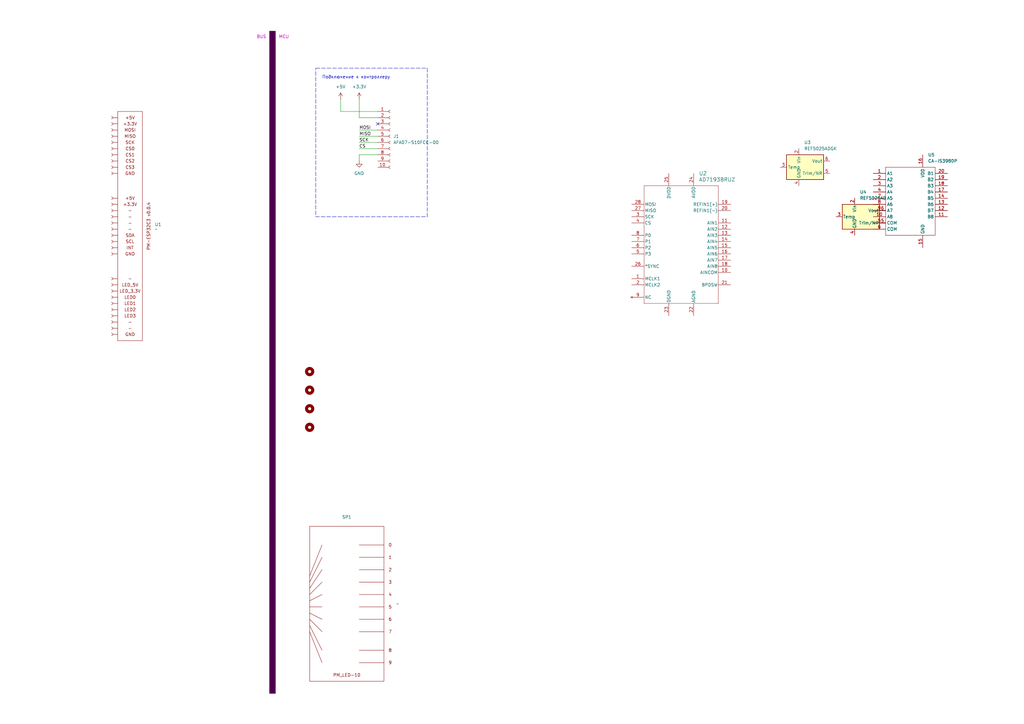
<source format=kicad_sch>
(kicad_sch (version 20250114) (generator "eeschema") (generator_version "9.0")
  (paper "A3")
  (title_block (title "${article} v${version}"))
  (lib_symbols
    (symbol "Reference_Voltage:REF5025AD" (pin_names (offset 0.254))
      (property "Reference" "U" (at -1.27 8.255 0))
      (property "Value" "REF5025AD" (at -1.27 6.35 0))
      (symbol "REF5025AD_0_1"
        (rectangle (start -7.62 5.08) (end 7.62 -5.08) (stroke (width 0.254)) (fill (type background)))
      )
      (symbol "REF5025AD_1_1"
        (pin passive line (at -10.16 0 0) (length 2.54) (name "Temp") (number "3"))
        (pin no_connect line (at -7.62 2.54 0) (length 2.54) (hide yes) (name "DNC") (number "1"))
        (pin no_connect line (at -5.08 -5.08 90) (length 2.54) (hide yes) (name "NC") (number "7"))
        (pin power_in line (at -2.54 7.62 270) (length 2.54) (name "Vin") (number "2"))
        (pin power_in line (at -2.54 -7.62 90) (length 2.54) (name "GND") (number "4"))
        (pin no_connect line (at 7.62 0 180) (length 2.54) (hide yes) (name "DNC") (number "8"))
        (pin power_out line (at 10.16 2.54 180) (length 2.54) (name "Vout") (number "6"))
        (pin passive line (at 10.16 -2.54 180) (length 2.54) (name "Trim/NR") (number "5"))
      )
    )
    (symbol "kicad_inventree_lib:AD7193BRUZ" (pin_names (offset 0.254))
      (property "Reference" "U" (at 10.16 5.08 0))
      (property "Value" "AD7193BRUZ" (at 10.16 2.54 0))
      (symbol "AD7193BRUZ_0_1"
        (polyline (pts (xy -15.24 0) (xy -15.24 -48.26)) (stroke (width 0.127)))
        (polyline (pts (xy -15.24 -48.26) (xy 15.24 -48.26)) (stroke (width 0.127)))
        (polyline (pts (xy 15.24 0) (xy -15.24 0)) (stroke (width 0.127)))
        (polyline (pts (xy 15.24 -48.26) (xy 15.24 0)) (stroke (width 0.127)))
      )
      (symbol "AD7193BRUZ_1_1"
        (pin input line (at -20.32 -7.62 0) (length 5.08) (name "MOSI") (number "28"))
        (pin output line (at -20.32 -10.16 0) (length 5.08) (name "MISO") (number "27"))
        (pin input line (at -20.32 -12.7 0) (length 5.08) (name "SCK") (number "3"))
        (pin input line (at -20.32 -15.24 0) (length 5.08) (name "CS") (number "4"))
        (pin bidirectional line (at -20.32 -20.32 0) (length 5.08) (name "P0") (number "8"))
        (pin bidirectional line (at -20.32 -22.86 0) (length 5.08) (name "P1") (number "7"))
        (pin output line (at -20.32 -25.4 0) (length 5.08) (name "P2") (number "6"))
        (pin output line (at -20.32 -27.94 0) (length 5.08) (name "P3") (number "5"))
        (pin input line (at -20.32 -33.02 0) (length 5.08) (name "*SYNC") (number "26"))
        (pin unspecified line (at -20.32 -38.1 0) (length 5.08) (name "MCLK1") (number "1"))
        (pin unspecified line (at -20.32 -40.64 0) (length 5.08) (name "MCLK2") (number "2"))
        (pin no_connect line (at -20.32 -45.72 0) (length 5.08) (name "NC") (number "9"))
        (pin power_in line (at -5.08 5.08 270) (length 5.08) (name "DVDD") (number "25"))
        (pin power_in line (at -5.08 -53.34 90) (length 5.08) (name "DGND") (number "23"))
        (pin power_in line (at 5.08 5.08 270) (length 5.08) (name "AVDD") (number "24"))
        (pin power_in line (at 5.08 -53.34 90) (length 5.08) (name "AGND") (number "22"))
        (pin input line (at 20.32 -7.62 180) (length 5.08) (name "REFIN1(+)") (number "19"))
        (pin input line (at 20.32 -10.16 180) (length 5.08) (name "REFIN1(-)") (number "20"))
        (pin input line (at 20.32 -15.24 180) (length 5.08) (name "AIN1") (number "11"))
        (pin input line (at 20.32 -17.78 180) (length 5.08) (name "AIN2") (number "12"))
        (pin input line (at 20.32 -20.32 180) (length 5.08) (name "AIN3") (number "13"))
        (pin input line (at 20.32 -22.86 180) (length 5.08) (name "AIN4") (number "14"))
        (pin input line (at 20.32 -25.4 180) (length 5.08) (name "AIN5") (number "15"))
        (pin input line (at 20.32 -27.94 180) (length 5.08) (name "AIN6") (number "16"))
        (pin input line (at 20.32 -30.48 180) (length 5.08) (name "AIN7") (number "17"))
        (pin input line (at 20.32 -33.02 180) (length 5.08) (name "AIN8") (number "18"))
        (pin input line (at 20.32 -35.56 180) (length 5.08) (name "AINCOM") (number "10"))
        (pin unspecified line (at 20.32 -40.64 180) (length 5.08) (name "BPDSW") (number "21"))
      )
    )
    (symbol "kicad_inventree_lib:AFA07-S10FCC-00" (pin_names (offset 1.016) (hide yes))
      (property "Reference" "J" (at 0 12.7 0))
      (property "Value" "AFA07-S10FCC-00" (at 0 -15.24 0))
      (symbol "AFA07-S10FCC-00_1_1"
        (polyline (pts (xy -1.27 10.16) (xy -0.508 10.16)) (stroke (width 0.1524)))
        (polyline (pts (xy -1.27 7.62) (xy -0.508 7.62)) (stroke (width 0.1524)))
        (polyline (pts (xy -1.27 5.08) (xy -0.508 5.08)) (stroke (width 0.1524)))
        (polyline (pts (xy -1.27 2.54) (xy -0.508 2.54)) (stroke (width 0.1524)))
        (polyline (pts (xy -1.27 0) (xy -0.508 0)) (stroke (width 0.1524)))
        (polyline (pts (xy -1.27 -2.54) (xy -0.508 -2.54)) (stroke (width 0.1524)))
        (polyline (pts (xy -1.27 -5.08) (xy -0.508 -5.08)) (stroke (width 0.1524)))
        (polyline (pts (xy -1.27 -7.62) (xy -0.508 -7.62)) (stroke (width 0.1524)))
        (polyline (pts (xy -1.27 -10.16) (xy -0.508 -10.16)) (stroke (width 0.1524)))
        (polyline (pts (xy -1.27 -12.7) (xy -0.508 -12.7)) (stroke (width 0.1524)))
        (arc (start 0 9.652) (mid -0.5058 10.16) (end 0 10.668) (stroke (width 0.1524)))
        (arc (start 0 7.112) (mid -0.5058 7.62) (end 0 8.128) (stroke (width 0.1524)))
        (arc (start 0 4.572) (mid -0.5058 5.08) (end 0 5.588) (stroke (width 0.1524)))
        (arc (start 0 2.032) (mid -0.5058 2.54) (end 0 3.048) (stroke (width 0.1524)))
        (arc (start 0 -0.508) (mid -0.5058 0) (end 0 0.508) (stroke (width 0.1524)))
        (arc (start 0 -3.048) (mid -0.5058 -2.54) (end 0 -2.032) (stroke (width 0.1524)))
        (arc (start 0 -5.588) (mid -0.5058 -5.08) (end 0 -4.572) (stroke (width 0.1524)))
        (arc (start 0 -8.128) (mid -0.5058 -7.62) (end 0 -7.112) (stroke (width 0.1524)))
        (arc (start 0 -10.668) (mid -0.5058 -10.16) (end 0 -9.652) (stroke (width 0.1524)))
        (arc (start 0 -13.208) (mid -0.5058 -12.7) (end 0 -12.192) (stroke (width 0.1524)))
        (pin passive line (at -5.08 10.16 0) (length 3.81) (name "Pin_1") (number "1"))
        (pin passive line (at -5.08 7.62 0) (length 3.81) (name "Pin_2") (number "2"))
        (pin passive line (at -5.08 5.08 0) (length 3.81) (name "Pin_3") (number "3"))
        (pin passive line (at -5.08 2.54 0) (length 3.81) (name "Pin_4") (number "4"))
        (pin passive line (at -5.08 0 0) (length 3.81) (name "Pin_5") (number "5"))
        (pin passive line (at -5.08 -2.54 0) (length 3.81) (name "Pin_6") (number "6"))
        (pin passive line (at -5.08 -5.08 0) (length 3.81) (name "Pin_7") (number "7"))
        (pin passive line (at -5.08 -7.62 0) (length 3.81) (name "Pin_8") (number "8"))
        (pin passive line (at -5.08 -10.16 0) (length 3.81) (name "Pin_9") (number "9"))
        (pin passive line (at -5.08 -12.7 0) (length 3.81) (name "Pin_10") (number "10"))
      )
    )
    (symbol "kicad_inventree_lib:CA-IS3980P"
      (property "Reference" "U" (at 0 2.54 0))
      (property "Value" "CA-IS3980P" (at 0 -15.24 90))
      (symbol "CA-IS3980P_0_1"
        (rectangle (start -10.16 0) (end 10.16 -27.94))
      )
      (symbol "CA-IS3980P_1_1"
        (pin input line (at -15.24 -2.54 0) (length 5.08) (name "A1") (number "1"))
        (pin input line (at -15.24 -5.08 0) (length 5.08) (name "A2") (number "2"))
        (pin input line (at -15.24 -7.62 0) (length 5.08) (name "A3") (number "3"))
        (pin input line (at -15.24 -10.16 0) (length 5.08) (name "A4") (number "4"))
        (pin input line (at -15.24 -12.7 0) (length 5.08) (name "A5") (number "7"))
        (pin input line (at -15.24 -15.24 0) (length 5.08) (name "A6") (number "8"))
        (pin input line (at -15.24 -17.78 0) (length 5.08) (name "A7") (number "9"))
        (pin input line (at -15.24 -20.32 0) (length 5.08) (name "A8") (number "10"))
        (pin input line (at -15.24 -22.86 0) (length 5.08) (name "COM") (number "5"))
        (pin input line (at -15.24 -25.4 0) (length 5.08) (name "COM") (number "6"))
        (pin input line (at 5.08 5.08 270) (length 5.08) (name "VDD") (number "16"))
        (pin input line (at 5.08 -33.02 90) (length 5.08) (name "GND") (number "15"))
        (pin input line (at 15.24 -2.54 180) (length 5.08) (name "B1") (number "20"))
        (pin input line (at 15.24 -5.08 180) (length 5.08) (name "B2") (number "19"))
        (pin input line (at 15.24 -7.62 180) (length 5.08) (name "B3") (number "18"))
        (pin input line (at 15.24 -10.16 180) (length 5.08) (name "B4") (number "17"))
        (pin input line (at 15.24 -12.7 180) (length 5.08) (name "B5") (number "14"))
        (pin input line (at 15.24 -15.24 180) (length 5.08) (name "B6") (number "13"))
        (pin input line (at 15.24 -17.78 180) (length 5.08) (name "B7") (number "12"))
        (pin input line (at 15.24 -20.32 180) (length 5.08) (name "B8") (number "11"))
      )
    )
    (symbol "kicad_inventree_lib:MountingHole_M3" (pin_names (offset 1.016)) (exclude_from_sim yes) (in_bom no)
      (symbol "MountingHole_M3_0_1"
        (circle (center 0 0) (radius 1.27) (stroke (width 1.27)))
      )
    )
    (symbol "kicad_inventree_lib:PM-ESP32C3_v0.0.5" (in_bom no)
      (property "Reference" "U" (at 10.16 -49.53 0))
      (symbol "PM-ESP32C3_v0.0.5_0_1"
        (rectangle (start -5.08 -2.54) (end 5.08 -96.52))
      )
      (symbol "PM-ESP32C3_v0.0.5_1_1"
        (arc (start -7.6178 -4.572) (mid -7.112 -5.08) (end -7.6178 -5.588) (stroke (width 0.1524)))
        (arc (start -7.6178 -7.112) (mid -7.112 -7.62) (end -7.6178 -8.128) (stroke (width 0.1524)))
        (arc (start -7.6178 -9.652) (mid -7.112 -10.16) (end -7.6178 -10.668) (stroke (width 0.1524)))
        (arc (start -7.6178 -12.192) (mid -7.112 -12.7) (end -7.6178 -13.208) (stroke (width 0.1524)))
        (arc (start -7.6178 -14.732) (mid -7.112 -15.24) (end -7.6178 -15.748) (stroke (width 0.1524)))
        (arc (start -7.6178 -17.272) (mid -7.112 -17.78) (end -7.6178 -18.288) (stroke (width 0.1524)))
        (arc (start -7.6178 -19.812) (mid -7.112 -20.32) (end -7.6178 -20.828) (stroke (width 0.1524)))
        (arc (start -7.6178 -22.352) (mid -7.112 -22.86) (end -7.6178 -23.368) (stroke (width 0.1524)))
        (arc (start -7.6178 -24.892) (mid -7.112 -25.4) (end -7.6178 -25.908) (stroke (width 0.1524)))
        (arc (start -7.6178 -27.432) (mid -7.112 -27.94) (end -7.6178 -28.448) (stroke (width 0.1524)))
        (arc (start -7.6178 -37.592) (mid -7.112 -38.1) (end -7.6178 -38.608) (stroke (width 0.1524)))
        (arc (start -7.6178 -40.132) (mid -7.112 -40.64) (end -7.6178 -41.148) (stroke (width 0.1524)))
        (arc (start -7.6178 -42.672) (mid -7.112 -43.18) (end -7.6178 -43.688) (stroke (width 0.1524)))
        (arc (start -7.6178 -45.212) (mid -7.112 -45.72) (end -7.6178 -46.228) (stroke (width 0.1524)))
        (arc (start -7.6178 -47.752) (mid -7.112 -48.26) (end -7.6178 -48.768) (stroke (width 0.1524)))
        (arc (start -7.6178 -50.292) (mid -7.112 -50.8) (end -7.6178 -51.308) (stroke (width 0.1524)))
        (arc (start -7.6178 -52.832) (mid -7.112 -53.34) (end -7.6178 -53.848) (stroke (width 0.1524)))
        (arc (start -7.6178 -55.372) (mid -7.112 -55.88) (end -7.6178 -56.388) (stroke (width 0.1524)))
        (arc (start -7.6178 -57.912) (mid -7.112 -58.42) (end -7.6178 -58.928) (stroke (width 0.1524)))
        (arc (start -7.6178 -60.452) (mid -7.112 -60.96) (end -7.6178 -61.468) (stroke (width 0.1524)))
        (arc (start -7.6178 -70.612) (mid -7.112 -71.12) (end -7.6178 -71.628) (stroke (width 0.1524)))
        (arc (start -7.6178 -73.152) (mid -7.112 -73.66) (end -7.6178 -74.168) (stroke (width 0.1524)))
        (arc (start -7.6178 -75.692) (mid -7.112 -76.2) (end -7.6178 -76.708) (stroke (width 0.1524)))
        (arc (start -7.6178 -78.232) (mid -7.112 -78.74) (end -7.6178 -79.248) (stroke (width 0.1524)))
        (arc (start -7.6178 -80.772) (mid -7.112 -81.28) (end -7.6178 -81.788) (stroke (width 0.1524)))
        (arc (start -7.6178 -83.312) (mid -7.112 -83.82) (end -7.6178 -84.328) (stroke (width 0.1524)))
        (arc (start -7.6178 -85.852) (mid -7.112 -86.36) (end -7.6178 -86.868) (stroke (width 0.1524)))
        (arc (start -7.6178 -88.392) (mid -7.112 -88.9) (end -7.6178 -89.408) (stroke (width 0.1524)))
        (arc (start -7.6178 -90.932) (mid -7.112 -91.44) (end -7.6178 -91.948) (stroke (width 0.1524)))
        (arc (start -7.6178 -93.472) (mid -7.112 -93.98) (end -7.6178 -94.488) (stroke (width 0.1524)))
        (polyline (pts (xy -5.08 -5.08) (xy -7.1098 -5.08)) (stroke (width 0.1524)))
        (polyline (pts (xy -5.08 -7.62) (xy -7.1098 -7.62)) (stroke (width 0.1524)))
        (polyline (pts (xy -5.08 -10.16) (xy -7.1098 -10.16)) (stroke (width 0.1524)))
        (polyline (pts (xy -5.08 -12.7) (xy -7.1098 -12.7)) (stroke (width 0.1524)))
        (polyline (pts (xy -5.08 -15.24) (xy -7.1098 -15.24)) (stroke (width 0.1524)))
        (polyline (pts (xy -5.08 -17.78) (xy -7.1098 -17.78)) (stroke (width 0.1524)))
        (polyline (pts (xy -5.08 -20.32) (xy -7.1098 -20.32)) (stroke (width 0.1524)))
        (polyline (pts (xy -5.08 -22.86) (xy -7.1098 -22.86)) (stroke (width 0.1524)))
        (polyline (pts (xy -5.08 -25.4) (xy -7.1098 -25.4)) (stroke (width 0.1524)))
        (polyline (pts (xy -5.08 -27.94) (xy -7.1098 -27.94)) (stroke (width 0.1524)))
        (polyline (pts (xy -5.08 -38.1) (xy -7.1098 -38.1)) (stroke (width 0.1524)))
        (polyline (pts (xy -5.08 -40.64) (xy -7.1098 -40.64)) (stroke (width 0.1524)))
        (polyline (pts (xy -5.08 -43.18) (xy -7.1098 -43.18)) (stroke (width 0.1524)))
        (polyline (pts (xy -5.08 -45.72) (xy -7.1098 -45.72)) (stroke (width 0.1524)))
        (polyline (pts (xy -5.08 -48.26) (xy -7.1098 -48.26)) (stroke (width 0.1524)))
        (polyline (pts (xy -5.08 -50.8) (xy -7.1098 -50.8)) (stroke (width 0.1524)))
        (polyline (pts (xy -5.08 -53.34) (xy -7.1098 -53.34)) (stroke (width 0.1524)))
        (polyline (pts (xy -5.08 -55.88) (xy -7.1098 -55.88)) (stroke (width 0.1524)))
        (polyline (pts (xy -5.08 -58.42) (xy -7.1098 -58.42)) (stroke (width 0.1524)))
        (polyline (pts (xy -5.08 -60.96) (xy -7.1098 -60.96)) (stroke (width 0.1524)))
        (polyline (pts (xy -5.08 -71.12) (xy -7.1098 -71.12)) (stroke (width 0.1524)))
        (polyline (pts (xy -5.08 -73.66) (xy -7.1098 -73.66)) (stroke (width 0.1524)))
        (polyline (pts (xy -5.08 -76.2) (xy -7.1098 -76.2)) (stroke (width 0.1524)))
        (polyline (pts (xy -5.08 -78.74) (xy -7.1098 -78.74)) (stroke (width 0.1524)))
        (polyline (pts (xy -5.08 -81.28) (xy -7.1098 -81.28)) (stroke (width 0.1524)))
        (polyline (pts (xy -5.08 -83.82) (xy -7.1098 -83.82)) (stroke (width 0.1524)))
        (polyline (pts (xy -5.08 -86.36) (xy -7.1098 -86.36)) (stroke (width 0.1524)))
        (polyline (pts (xy -5.08 -88.9) (xy -7.1098 -88.9)) (stroke (width 0.1524)))
        (polyline (pts (xy -5.08 -91.44) (xy -7.1098 -91.44)) (stroke (width 0.1524)))
        (polyline (pts (xy -5.08 -93.98) (xy -7.1098 -93.98)) (stroke (width 0.1524)))
        (text "+5V" (at 0 -5.08 0) (effects (font (size 1.27 1.27))))
        (text "+3.3V" (at 0 -7.62 0) (effects (font (size 1.27 1.27))))
        (text "MOSI" (at 0 -10.16 0) (effects (font (size 1.27 1.27))))
        (text "MISO" (at 0 -12.7 0) (effects (font (size 1.27 1.27))))
        (text "SCK" (at 0 -15.24 0) (effects (font (size 1.27 1.27))))
        (text "CS0" (at 0 -17.78 0) (effects (font (size 1.27 1.27))))
        (text "CS1" (at 0 -20.32 0) (effects (font (size 1.27 1.27))))
        (text "CS2" (at 0 -22.86 0) (effects (font (size 1.27 1.27))))
        (text "CS3" (at 0 -25.4 0) (effects (font (size 1.27 1.27))))
        (text "GND" (at 0 -27.94 0) (effects (font (size 1.27 1.27))))
        (text "+5V" (at 0 -38.1 0) (effects (font (size 1.27 1.27))))
        (text "+3.3V" (at 0 -40.64 0) (effects (font (size 1.27 1.27))))
        (text "-" (at 0 -43.18 0) (effects (font (size 1.27 1.27))))
        (text "-" (at 0 -45.72 0) (effects (font (size 1.27 1.27))))
        (text "-" (at 0 -48.26 0) (effects (font (size 1.27 1.27))))
        (text "-" (at 0 -50.8 0) (effects (font (size 1.27 1.27))))
        (text "SDA" (at 0 -53.34 0) (effects (font (size 1.27 1.27))))
        (text "SCL" (at 0 -55.88 0) (effects (font (size 1.27 1.27))))
        (text "INT" (at 0 -58.42 0) (effects (font (size 1.27 1.27))))
        (text "GND" (at 0 -60.96 0) (effects (font (size 1.27 1.27))))
        (text "-" (at 0 -71.12 0) (effects (font (size 1.27 1.27))))
        (text "LED_5V" (at 0 -73.66 0) (effects (font (size 1.27 1.27))))
        (text "LED_3.3V" (at 0 -76.2 0) (effects (font (size 1.27 1.27))))
        (text "LED0" (at 0 -78.74 0) (effects (font (size 1.27 1.27))))
        (text "LED1" (at 0 -81.28 0) (effects (font (size 1.27 1.27))))
        (text "LED2" (at 0 -83.82 0) (effects (font (size 1.27 1.27))))
        (text "LED3" (at 0 -86.36 0) (effects (font (size 1.27 1.27))))
        (text "-" (at 0 -88.9 0) (effects (font (size 1.27 1.27))))
        (text "-" (at 0 -91.44 0) (effects (font (size 1.27 1.27))))
        (text "GND" (at 0 -93.98 0) (effects (font (size 1.27 1.27))))
        (text "PM-ESP32C3 v0.0.4" (at 7.62 -49.53 900) (effects (font (size 1.27 1.27))))
      )
    )
    (symbol "kicad_inventree_lib:PM_LED-10-v0.0.1"
      (property "Reference" "SP" (at 0 3.81 0))
      (symbol "PM_LED-10-v0.0.1_0_1"
        (rectangle (start -15.24 0) (end 15.24 -63.5))
        (polyline (pts (xy -15.24 -20.32) (xy -10.16 -7.62)))
        (polyline (pts (xy -15.24 -22.86) (xy -10.16 -12.7)))
        (polyline (pts (xy -15.24 -25.4) (xy -10.16 -17.78)))
        (polyline (pts (xy -15.24 -27.94) (xy -10.16 -22.86)))
        (polyline (pts (xy -15.24 -30.48) (xy -10.16 -27.94)))
        (polyline (pts (xy -15.24 -33.02) (xy -10.16 -33.02)))
        (polyline (pts (xy -15.24 -35.56) (xy -10.16 -38.1)))
        (polyline (pts (xy -15.24 -38.1) (xy -10.16 -43.18)))
        (polyline (pts (xy -15.24 -40.64) (xy -10.16 -50.8)))
        (polyline (pts (xy -15.24 -43.18) (xy -10.16 -55.88)))
        (polyline (pts (xy 5.08 -7.62) (xy 15.24 -7.62)))
        (polyline (pts (xy 5.08 -12.7) (xy 15.24 -12.7)))
        (polyline (pts (xy 5.08 -17.78) (xy 15.24 -17.78)))
        (polyline (pts (xy 5.08 -22.86) (xy 15.24 -22.86)))
        (polyline (pts (xy 5.08 -27.94) (xy 15.24 -27.94)))
        (polyline (pts (xy 5.08 -33.02) (xy 15.24 -33.02)))
        (polyline (pts (xy 5.08 -38.1) (xy 15.24 -38.1)))
        (polyline (pts (xy 5.08 -43.18) (xy 15.24 -43.18)))
        (polyline (pts (xy 5.08 -50.8) (xy 15.24 -50.8)))
        (polyline (pts (xy 5.08 -55.88) (xy 15.24 -55.88)))
      )
      (symbol "PM_LED-10-v0.0.1_1_1"
        (text "PM_LED-10" (at 0 -60.96 0) (effects (font (size 1.27 1.27))))
        (text "0" (at 17.78 -7.62 0) (effects (font (size 1.27 1.27))))
        (text "1" (at 17.78 -12.7 0) (effects (font (size 1.27 1.27))))
        (text "2" (at 17.78 -17.78 0) (effects (font (size 1.27 1.27))))
        (text "3" (at 17.78 -22.86 0) (effects (font (size 1.27 1.27))))
        (text "4" (at 17.78 -27.94 0) (effects (font (size 1.27 1.27))))
        (text "5" (at 17.78 -33.02 0) (effects (font (size 1.27 1.27))))
        (text "6" (at 17.78 -38.1 0) (effects (font (size 1.27 1.27))))
        (text "7" (at 17.78 -43.18 0) (effects (font (size 1.27 1.27))))
        (text "8" (at 17.78 -50.8 0) (effects (font (size 1.27 1.27))))
        (text "9" (at 17.78 -55.88 0) (effects (font (size 1.27 1.27))))
      )
    )
    (symbol "kicad_inventree_lib:REF5025ADGK"
      (property "Reference" "U" (at 0.635 8.255 0))
      (property "Value" "REF5025ADGK" (at -0.635 6.35 0))
      (symbol "REF5025ADGK_0_1"
        (rectangle (start -7.62 5.08) (end 7.62 -5.08) (stroke (width 0.254)) (fill (type background)))
      )
      (symbol "REF5025ADGK_1_1"
        (pin passive line (at -10.16 0 0) (length 2.54) (name "Temp") (number "3"))
        (pin no_connect line (at -7.62 2.54 0) (length 2.54) (hide yes) (name "DNC") (number "1"))
        (pin no_connect line (at -5.08 -5.08 90) (length 2.54) (hide yes) (name "NC") (number "7"))
        (pin power_in line (at -2.54 7.62 270) (length 2.54) (name "Vin") (number "2"))
        (pin power_in line (at -2.54 -7.62 90) (length 2.54) (name "GND") (number "4"))
        (pin no_connect line (at 7.62 0 180) (length 2.54) (hide yes) (name "DNC") (number "8"))
        (pin power_out line (at 10.16 2.54 180) (length 2.54) (name "Vout") (number "6"))
        (pin passive line (at 10.16 -2.54 180) (length 2.54) (name "Trim/NR") (number "5"))
      )
    )
    (symbol "power:+3.3V" (power) (pin_numbers (hide yes)) (pin_names (offset 0) (hide yes))
      (property "Value" "+3.3V" (at 0 3.556 0))
      (symbol "+3.3V_0_1"
        (polyline (pts (xy -0.762 1.27) (xy 0 2.54)))
        (polyline (pts (xy 0 2.54) (xy 0.762 1.27)))
        (polyline (pts (xy 0 0) (xy 0 2.54)))
      )
      (symbol "+3.3V_1_1"
        (pin power_in line (at 0 0 90) (length 0) (name "~") (number "1"))
      )
    )
    (symbol "power:+5V" (power) (pin_numbers (hide yes)) (pin_names (offset 0) (hide yes))
      (property "Value" "+5V" (at 0 3.556 0))
      (symbol "+5V_0_1"
        (polyline (pts (xy -0.762 1.27) (xy 0 2.54)))
        (polyline (pts (xy 0 2.54) (xy 0.762 1.27)))
        (polyline (pts (xy 0 0) (xy 0 2.54)))
      )
      (symbol "+5V_1_1"
        (pin power_in line (at 0 0 90) (length 0) (name "~") (number "1"))
      )
    )
    (symbol "power:GND" (power) (pin_numbers (hide yes)) (pin_names (offset 0) (hide yes))
      (property "Value" "GND" (at 0 -3.81 0))
      (symbol "GND_0_1"
        (polyline (pts (xy 0 0) (xy 0 -1.27) (xy 1.27 -1.27) (xy 0 -2.54) (xy -1.27 -1.27) (xy 0 -1.27)))
      )
      (symbol "GND_1_1"
        (pin power_in line (at 0 0 270) (length 0) (name "~") (number "1"))
      )
    )
  )
  (rectangle (start 110.49 12.7) (end 113.03 284.48) (stroke (width 0) (type dot) (color 72 0 72 1)) (fill (type color) (color 72 0 72 1)))
  (rectangle (start 129.54 27.94) (end 175.26 88.9) (stroke (width 0) (type dash)))
  (text "BUS" (at 109.22 15.24 0) (effects (font (size 1.27 1.27)) (justify right)))
  (text "Подключение к контроллеру" (at 132.08 30.988 0) (effects (font (size 1.27 1.27)) (justify left top)))
  (text "MCU" (at 114.3 15.24 0) (effects (font (size 1.27 1.27)) (justify left)))
  (no_connect (at 154.94 50.8))
  (wire (pts (xy 147.32 53.34) (xy 154.94 53.34)))
  (wire (pts (xy 147.32 60.96) (xy 154.94 60.96)))
  (wire (pts (xy 147.32 66.04) (xy 147.32 63.5)))
  (wire (pts (xy 147.32 40.64) (xy 147.32 48.26)))
  (wire (pts (xy 147.32 63.5) (xy 154.94 63.5)))
  (wire (pts (xy 139.7 45.72) (xy 154.94 45.72)))
  (wire (pts (xy 139.7 40.64) (xy 139.7 45.72)))
  (wire (pts (xy 147.32 55.88) (xy 154.94 55.88)))
  (wire (pts (xy 147.32 48.26) (xy 154.94 48.26)))
  (wire (pts (xy 147.32 58.42) (xy 154.94 58.42)))
  (label "MOSI" (at 147.32 53.34 0))
  (label "MISO" (at 147.32 55.88 0))
  (label "CS" (at 147.32 60.96 0))
  (label "SCK" (at 147.32 58.42 0))
  (symbol (lib_id "kicad_inventree_lib:MountingHole_M3") (at 127 160.02 0) (unit 1) (exclude_from_sim yes) (in_bom no)
    (property "Reference" "H5" (effects (hide yes)))
    (property "Value" "MountingHole_M3" (effects (hide yes)))
    (property "Footprint" "kicad_inventree_lib:MountingHole_M3" (effects (hide yes)))
    (property "Description" "Mounting Hole without connection" (effects (hide yes)))
  )
  (symbol (lib_id "Reference_Voltage:REF5025AD") (at 353.06 88.9 0) (unit 1)
    (property "Reference" "U4" (at 352.6633 78.74 0) (effects (justify left)))
    (property "Value" "REF5025AD" (at 352.6633 81.28 0) (effects (justify left)))
    (property "Footprint" "Package_SO:SOIC-8_3.9x4.9mm_P1.27mm" (effects (hide yes)))
    (property "Datasheet" "http://www.ti.com/lit/ds/symlink/ref5030.pdf" (effects (hide yes)))
    (property "Description" "2.5V 0.1% 10mA Low Noise Precision Voltage Reference, SO-8" (effects (hide yes)))
  )
  (symbol (lib_id "power:+3.3V") (at 147.32 40.64 0) (unit 1)
    (property "Reference" "#PWR02" (effects (hide yes)))
    (property "Value" "+3.3V" (at 147.32 35.56 0))
    (property "Description" "Power symbol creates a global label with name \"+3.3V\"" (effects (hide yes)))
  )
  (symbol (lib_id "kicad_inventree_lib:PM-ESP32C3_v0.0.5") (at 53.34 43.18 0) (unit 1) (in_bom no)
    (property "Reference" "U1" (at 63.5 92.0749 0) (effects (justify left)))
    (property "Value" "~" (at 63.5 93.98 0) (effects (justify left)))
    (property "Footprint" "kicad_inventree_lib:PM-ESP32C3_v0.0.5" (effects (hide yes)))
    (property "part_ipn" "PM-ESP32C3_v0.0.4" (effects (hide yes)))
  )
  (symbol (lib_id "kicad_inventree_lib:REF5025ADGK") (at 330.2 68.58 0) (unit 1)
    (property "Reference" "U3" (at 329.8033 58.42 0) (effects (justify left)))
    (property "Value" "REF5025ADGK" (at 329.8033 60.96 0) (effects (justify left)))
    (property "Footprint" "Package_SO:MSOP-8_3x3mm_P0.65mm" (effects (hide yes)))
    (property "Datasheet" "http://inventree.localhost/platform/part/312/suppliers" (effects (hide yes)))
    (property "Description" "2.5V 0.1% 10mA Low Noise Precision Voltage Reference, MSOP-8" (effects (hide yes)))
  )
  (symbol (lib_id "power:+5V") (at 139.7 40.64 0) (unit 1)
    (property "Reference" "#PWR01" (effects (hide yes)))
    (property "Value" "+5V" (at 139.7 35.56 0))
    (property "Description" "Power symbol creates a global label with name \"+5V\"" (effects (hide yes)))
  )
  (symbol (lib_id "kicad_inventree_lib:CA-IS3980P") (at 373.38 68.58 0) (unit 1)
    (property "Reference" "U5" (at 380.6033 63.5 0) (effects (justify left)))
    (property "Value" "CA-IS3980P" (at 380.6033 66.04 0) (effects (justify left)))
    (property "Footprint" "Package_SO:SSOP-20_3.9x8.7mm_P0.635mm" (effects (hide yes)))
    (property "Datasheet" "http://inventree.network/part/244/" (effects (hide yes)))
    (property "part_ipn" "CA-IS3980P" (effects (hide yes)))
  )
  (symbol (lib_id "kicad_inventree_lib:AFA07-S10FCC-00") (at 160.02 55.88 0) (unit 1)
    (property "Reference" "J1" (at 161.29 55.8799 0) (effects (justify left)))
    (property "Value" "AFA07-S10FCC-00" (at 161.29 58.4199 0) (effects (justify left)))
    (property "Footprint" "kicad_inventree_lib:CONN10_AFA07-S10_JUS" (effects (hide yes)))
    (property "Datasheet" "http://inventree.network/part/170/" (effects (hide yes)))
    (property "Description" "Generic connector, single row, 01x10, script generated" (effects (hide yes)))
    (property "part_ipn" "AFA07-S10FCC-00" (effects (hide yes)))
  )
  (symbol (lib_id "kicad_inventree_lib:MountingHole_M3") (at 127 167.64 0) (unit 1) (exclude_from_sim yes) (in_bom no)
    (property "Reference" "H6" (effects (hide yes)))
    (property "Value" "MountingHole_M3" (effects (hide yes)))
    (property "Footprint" "kicad_inventree_lib:MountingHole_M3" (effects (hide yes)))
    (property "Description" "Mounting Hole without connection" (effects (hide yes)))
  )
  (symbol (lib_id "kicad_inventree_lib:MountingHole_M3") (at 127 175.26 0) (unit 1) (exclude_from_sim yes) (in_bom no)
    (property "Reference" "H7" (effects (hide yes)))
    (property "Value" "MountingHole_M3" (effects (hide yes)))
    (property "Footprint" "kicad_inventree_lib:MountingHole_M3" (effects (hide yes)))
    (property "Description" "Mounting Hole without connection" (effects (hide yes)))
  )
  (symbol (lib_id "kicad_inventree_lib:AD7193BRUZ") (at 279.4 76.2 0) (unit 1)
    (property "Reference" "U2" (at 286.6233 71.12 0) (effects (font (size 1.524 1.524)) (justify left)))
    (property "Value" "AD7193BRUZ" (at 286.6233 73.66 0) (effects (font (size 1.524 1.524)) (justify left)))
    (property "Footprint" "kicad_inventree_lib:RU_28_ADI" (effects (hide yes)))
    (property "Datasheet" "http://inventree.network/part/272/" (effects (hide yes)))
    (property "part_ipn" "AD7193BRUZ" (effects (hide yes)))
  )
  (symbol (lib_id "kicad_inventree_lib:PM_LED-10-v0.0.1") (at 142.24 215.9 0) (unit 1)
    (property "Reference" "SP1" (at 142.24 212.09 0))
    (property "Value" "~" (at 162.56 247.65 0) (effects (justify left)))
    (property "Footprint" "kicad_inventree_lib:PM_LED-xx-v0.0.1" (effects (hide yes)))
    (property "part_ipn" "PM_LED-10-v0.0.1" (effects (hide yes)))
  )
  (symbol (lib_id "kicad_inventree_lib:MountingHole_M3") (at 127 152.4 0) (unit 1) (exclude_from_sim yes) (in_bom no)
    (property "Reference" "H4" (effects (hide yes)))
    (property "Value" "MountingHole_M3" (effects (hide yes)))
    (property "Footprint" "kicad_inventree_lib:MountingHole_M3" (effects (hide yes)))
    (property "Description" "Mounting Hole without connection" (effects (hide yes)))
  )
  (symbol (lib_id "power:GND") (at 147.32 66.04 0) (unit 1)
    (property "Reference" "#PWR03" (effects (hide yes)))
    (property "Value" "GND" (at 147.32 71.12 0))
    (property "Description" "Power symbol creates a global label with name \"GND\" , ground" (effects (hide yes)))
  )
)
</source>
